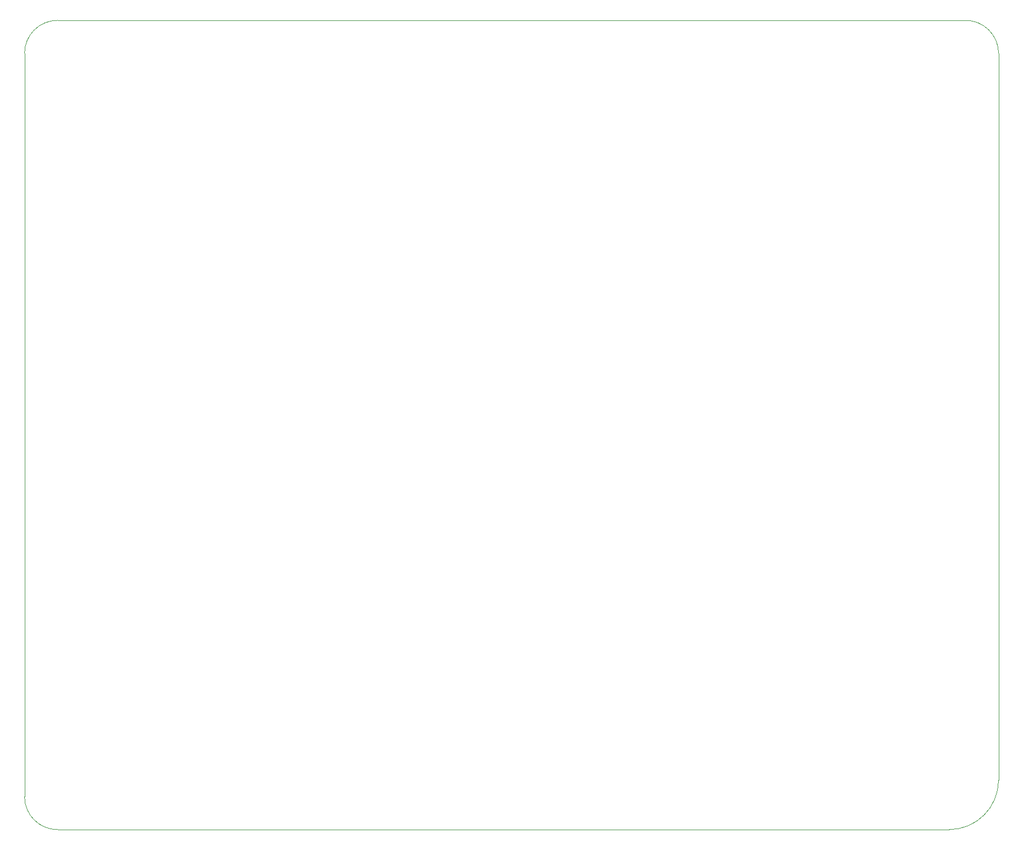
<source format=gbr>
%TF.GenerationSoftware,KiCad,Pcbnew,8.0.6*%
%TF.CreationDate,2024-12-10T16:09:11-05:00*%
%TF.ProjectId,Telem_PWR_Board,54656c65-6d5f-4505-9752-5f426f617264,rev?*%
%TF.SameCoordinates,Original*%
%TF.FileFunction,Profile,NP*%
%FSLAX46Y46*%
G04 Gerber Fmt 4.6, Leading zero omitted, Abs format (unit mm)*
G04 Created by KiCad (PCBNEW 8.0.6) date 2024-12-10 16:09:11*
%MOMM*%
%LPD*%
G01*
G04 APERTURE LIST*
%TA.AperFunction,Profile*%
%ADD10C,0.050000*%
%TD*%
G04 APERTURE END LIST*
D10*
X231140000Y-256540000D02*
G75*
G02*
X226060000Y-251460000I0J5080000D01*
G01*
X226060000Y-195580000D02*
X226060000Y-137160000D01*
X368300000Y-256540000D02*
X231140000Y-256540000D01*
X375920000Y-137160000D02*
X375920000Y-248920000D01*
X231140000Y-132080000D02*
X370840000Y-132080000D01*
X370840000Y-132080000D02*
G75*
G02*
X375920000Y-137160000I0J-5080000D01*
G01*
X226060000Y-137160000D02*
G75*
G02*
X231140000Y-132080000I5080000J0D01*
G01*
X226060000Y-251460000D02*
X226060000Y-195580000D01*
X375920000Y-248920000D02*
G75*
G02*
X368300000Y-256540000I-7620000J0D01*
G01*
M02*

</source>
